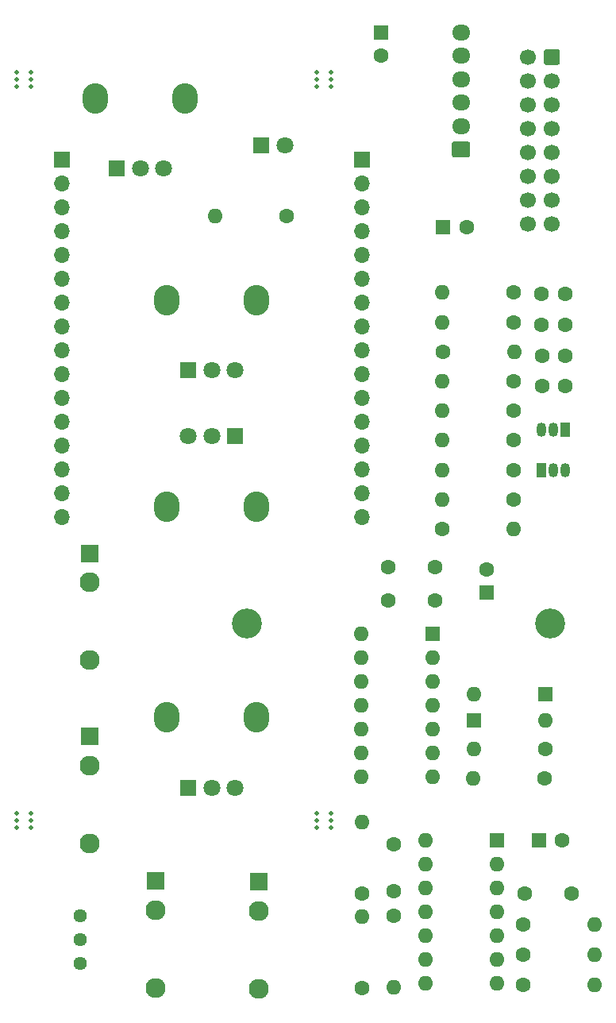
<source format=gbr>
%TF.GenerationSoftware,KiCad,Pcbnew,5.1.9+dfsg1-1~bpo10+1*%
%TF.CreationDate,2021-11-05T16:17:06+08:00*%
%TF.ProjectId,MiniOSC,4d696e69-4f53-4432-9e6b-696361645f70,rev?*%
%TF.SameCoordinates,Original*%
%TF.FileFunction,Soldermask,Bot*%
%TF.FilePolarity,Negative*%
%FSLAX46Y46*%
G04 Gerber Fmt 4.6, Leading zero omitted, Abs format (unit mm)*
G04 Created by KiCad (PCBNEW 5.1.9+dfsg1-1~bpo10+1) date 2021-11-05 16:17:06*
%MOMM*%
%LPD*%
G01*
G04 APERTURE LIST*
%ADD10C,0.500000*%
%ADD11C,3.200000*%
%ADD12O,1.700000X1.700000*%
%ADD13R,1.700000X1.700000*%
%ADD14C,1.440000*%
%ADD15C,1.600000*%
%ADD16R,1.600000X1.600000*%
%ADD17O,1.600000X1.600000*%
%ADD18R,1.800000X1.800000*%
%ADD19C,1.800000*%
%ADD20O,2.720000X3.240000*%
%ADD21C,2.130000*%
%ADD22R,1.930000X1.830000*%
%ADD23O,1.950000X1.700000*%
%ADD24C,1.700000*%
%ADD25R,1.050000X1.500000*%
%ADD26O,1.050000X1.500000*%
G04 APERTURE END LIST*
D10*
%TO.C,mouse-bite-2mm-slot*%
X70250000Y-64000000D03*
X71750000Y-64000000D03*
X70250000Y-63250000D03*
X70250000Y-64750000D03*
X71750000Y-64750000D03*
X71750000Y-63250000D03*
%TD*%
%TO.C,mouse-bite-2mm-slot*%
X102250000Y-64000000D03*
X103750000Y-64000000D03*
X102250000Y-63250000D03*
X102250000Y-64750000D03*
X103750000Y-64750000D03*
X103750000Y-63250000D03*
%TD*%
D11*
%TO.C,REF\u002A\u002A*%
X94800000Y-122000000D03*
%TD*%
D10*
%TO.C,mouse-bite-2mm-slot*%
X103750000Y-142250000D03*
X103750000Y-143750000D03*
X102250000Y-143750000D03*
X102250000Y-142250000D03*
X103750000Y-143000000D03*
X102250000Y-143000000D03*
%TD*%
%TO.C,mouse-bite-2mm-slot*%
X71750000Y-142250000D03*
X71750000Y-143750000D03*
X70250000Y-143750000D03*
X70250000Y-142250000D03*
X71750000Y-143000000D03*
X70250000Y-143000000D03*
%TD*%
D11*
%TO.C,REF\u002A\u002A*%
X127100000Y-122000000D03*
%TD*%
D12*
%TO.C,J2*%
X75000000Y-110600000D03*
X75000000Y-108060000D03*
X75000000Y-105520000D03*
X75000000Y-102980000D03*
X75000000Y-100440000D03*
X75000000Y-97900000D03*
X75000000Y-95360000D03*
X75000000Y-92820000D03*
X75000000Y-90280000D03*
X75000000Y-87740000D03*
X75000000Y-85200000D03*
X75000000Y-82660000D03*
X75000000Y-80120000D03*
X75000000Y-77580000D03*
X75000000Y-75040000D03*
D13*
X75000000Y-72500000D03*
%TD*%
D14*
%TO.C,SCALE1*%
X77000000Y-153170000D03*
X77000000Y-155710000D03*
X77000000Y-158250000D03*
%TD*%
D15*
%TO.C,C1*%
X109800000Y-116000000D03*
X114800000Y-116000000D03*
%TD*%
%TO.C,C2*%
X128400000Y-145100000D03*
D16*
X125900000Y-145100000D03*
%TD*%
%TO.C,C3*%
X120300000Y-118700000D03*
D15*
X120300000Y-116200000D03*
%TD*%
%TO.C,C6*%
X109800000Y-119500000D03*
X114800000Y-119500000D03*
%TD*%
%TO.C,C7*%
X124400000Y-150800000D03*
X129400000Y-150800000D03*
%TD*%
%TO.C,C8*%
X110400000Y-150500000D03*
X110400000Y-145500000D03*
%TD*%
D16*
%TO.C,D1*%
X126600000Y-129500000D03*
D17*
X118980000Y-129500000D03*
%TD*%
%TO.C,D2*%
X126620000Y-132300000D03*
D16*
X119000000Y-132300000D03*
%TD*%
D18*
%TO.C,D3*%
X96250000Y-71000000D03*
D19*
X98790000Y-71000000D03*
%TD*%
D18*
%TO.C,FM_AMOUNT1*%
X93500000Y-102000000D03*
D19*
X91000000Y-102000000D03*
X88500000Y-102000000D03*
D20*
X86200000Y-109500000D03*
X95800000Y-109500000D03*
%TD*%
D21*
%TO.C,J3*%
X78000000Y-137100000D03*
D22*
X78000000Y-134000000D03*
D21*
X78000000Y-145400000D03*
%TD*%
%TO.C,J4*%
X78000000Y-125900000D03*
D22*
X78000000Y-114500000D03*
D21*
X78000000Y-117600000D03*
%TD*%
%TO.C,J5*%
X96000000Y-152600000D03*
D22*
X96000000Y-149500000D03*
D21*
X96000000Y-160900000D03*
%TD*%
%TO.C,J6*%
X85000000Y-160800000D03*
D22*
X85000000Y-149400000D03*
D21*
X85000000Y-152500000D03*
%TD*%
%TO.C,J7*%
G36*
G01*
X118325000Y-72300000D02*
X116875000Y-72300000D01*
G75*
G02*
X116625000Y-72050000I0J250000D01*
G01*
X116625000Y-70850000D01*
G75*
G02*
X116875000Y-70600000I250000J0D01*
G01*
X118325000Y-70600000D01*
G75*
G02*
X118575000Y-70850000I0J-250000D01*
G01*
X118575000Y-72050000D01*
G75*
G02*
X118325000Y-72300000I-250000J0D01*
G01*
G37*
D23*
X117600000Y-68950000D03*
X117600000Y-66450000D03*
X117600000Y-63950000D03*
X117600000Y-61450000D03*
X117600000Y-58950000D03*
%TD*%
%TO.C,J8*%
G36*
G01*
X128150000Y-61000000D02*
X128150000Y-62200000D01*
G75*
G02*
X127900000Y-62450000I-250000J0D01*
G01*
X126700000Y-62450000D01*
G75*
G02*
X126450000Y-62200000I0J250000D01*
G01*
X126450000Y-61000000D01*
G75*
G02*
X126700000Y-60750000I250000J0D01*
G01*
X127900000Y-60750000D01*
G75*
G02*
X128150000Y-61000000I0J-250000D01*
G01*
G37*
D24*
X127300000Y-64140000D03*
X127300000Y-66680000D03*
X127300000Y-69220000D03*
X127300000Y-71760000D03*
X127300000Y-74300000D03*
X127300000Y-76840000D03*
X127300000Y-79380000D03*
X124760000Y-61600000D03*
X124760000Y-64140000D03*
X124760000Y-66680000D03*
X124760000Y-69220000D03*
X124760000Y-71760000D03*
X124760000Y-74300000D03*
X124760000Y-76840000D03*
X124760000Y-79380000D03*
%TD*%
D18*
%TO.C,PULSE_WIDTH1*%
X88500000Y-139500000D03*
D19*
X91000000Y-139500000D03*
X93500000Y-139500000D03*
D20*
X95800000Y-132000000D03*
X86200000Y-132000000D03*
%TD*%
D25*
%TO.C,Q1*%
X128700000Y-101300000D03*
D26*
X126160000Y-101300000D03*
X127430000Y-101300000D03*
%TD*%
%TO.C,Q2*%
X127470000Y-105600000D03*
X128740000Y-105600000D03*
D25*
X126200000Y-105600000D03*
%TD*%
D15*
%TO.C,R1*%
X123250000Y-99300000D03*
D17*
X115630000Y-99300000D03*
%TD*%
%TO.C,R2*%
X115630000Y-96150000D03*
D15*
X123250000Y-96150000D03*
%TD*%
D17*
%TO.C,R3*%
X115630000Y-89850000D03*
D15*
X123250000Y-89850000D03*
%TD*%
%TO.C,R4*%
X123250000Y-86700000D03*
D17*
X115630000Y-86700000D03*
%TD*%
%TO.C,R5*%
X123270000Y-93000000D03*
D15*
X115650000Y-93000000D03*
%TD*%
%TO.C,R6*%
X123250000Y-102450000D03*
D17*
X115630000Y-102450000D03*
%TD*%
D15*
%TO.C,R7*%
X110400000Y-153100000D03*
D17*
X110400000Y-160720000D03*
%TD*%
%TO.C,R8*%
X118980000Y-135350000D03*
D15*
X126600000Y-135350000D03*
%TD*%
%TO.C,R9*%
X126550000Y-138450000D03*
D17*
X118930000Y-138450000D03*
%TD*%
D15*
%TO.C,R10*%
X115600000Y-111900000D03*
D17*
X123220000Y-111900000D03*
%TD*%
%TO.C,R11*%
X115630000Y-105600000D03*
D15*
X123250000Y-105600000D03*
%TD*%
%TO.C,R12*%
X123250000Y-108750000D03*
D17*
X115630000Y-108750000D03*
%TD*%
D15*
%TO.C,R13*%
X124200000Y-154100000D03*
D17*
X131820000Y-154100000D03*
%TD*%
%TO.C,R14*%
X131820000Y-157300000D03*
D15*
X124200000Y-157300000D03*
%TD*%
D17*
%TO.C,R15*%
X131820000Y-160500000D03*
D15*
X124200000Y-160500000D03*
%TD*%
D17*
%TO.C,R16*%
X107000000Y-143180000D03*
D15*
X107000000Y-150800000D03*
%TD*%
%TO.C,R17*%
X107000000Y-160800000D03*
D17*
X107000000Y-153180000D03*
%TD*%
%TO.C,R18*%
X91380000Y-78500000D03*
D15*
X99000000Y-78500000D03*
%TD*%
%TO.C,TH1*%
X126250000Y-96700000D03*
X128750000Y-96700000D03*
%TD*%
%TO.C,TH2*%
X128750000Y-93400000D03*
X126250000Y-93400000D03*
%TD*%
%TO.C,TH3*%
X128700000Y-90100000D03*
X126200000Y-90100000D03*
%TD*%
%TO.C,TH4*%
X128700000Y-86800000D03*
X126200000Y-86800000D03*
%TD*%
D20*
%TO.C,TUNING_COARSE1*%
X78600000Y-66000000D03*
X88200000Y-66000000D03*
D19*
X85900000Y-73500000D03*
X83400000Y-73500000D03*
D18*
X80900000Y-73500000D03*
%TD*%
D20*
%TO.C,TUNING_FINE1*%
X86200000Y-87500000D03*
X95800000Y-87500000D03*
D19*
X93500000Y-95000000D03*
X91000000Y-95000000D03*
D18*
X88500000Y-95000000D03*
%TD*%
D17*
%TO.C,U1*%
X113780000Y-145100000D03*
X121400000Y-160340000D03*
X113780000Y-147640000D03*
X121400000Y-157800000D03*
X113780000Y-150180000D03*
X121400000Y-155260000D03*
X113780000Y-152720000D03*
X121400000Y-152720000D03*
X113780000Y-155260000D03*
X121400000Y-150180000D03*
X113780000Y-157800000D03*
X121400000Y-147640000D03*
X113780000Y-160340000D03*
D16*
X121400000Y-145100000D03*
%TD*%
%TO.C,U2*%
X114600000Y-123100000D03*
D17*
X106980000Y-138340000D03*
X114600000Y-125640000D03*
X106980000Y-135800000D03*
X114600000Y-128180000D03*
X106980000Y-133260000D03*
X114600000Y-130720000D03*
X106980000Y-130720000D03*
X114600000Y-133260000D03*
X106980000Y-128180000D03*
X114600000Y-135800000D03*
X106980000Y-125640000D03*
X114600000Y-138340000D03*
X106980000Y-123100000D03*
%TD*%
D13*
%TO.C,J1*%
X107000000Y-72500000D03*
D12*
X107000000Y-75040000D03*
X107000000Y-77580000D03*
X107000000Y-80120000D03*
X107000000Y-82660000D03*
X107000000Y-85200000D03*
X107000000Y-87740000D03*
X107000000Y-90280000D03*
X107000000Y-92820000D03*
X107000000Y-95360000D03*
X107000000Y-97900000D03*
X107000000Y-100440000D03*
X107000000Y-102980000D03*
X107000000Y-105520000D03*
X107000000Y-108060000D03*
X107000000Y-110600000D03*
%TD*%
D15*
%TO.C,C4*%
X118200000Y-79700000D03*
D16*
X115700000Y-79700000D03*
%TD*%
%TO.C,C5*%
X109100000Y-58950000D03*
D15*
X109100000Y-61450000D03*
%TD*%
M02*

</source>
